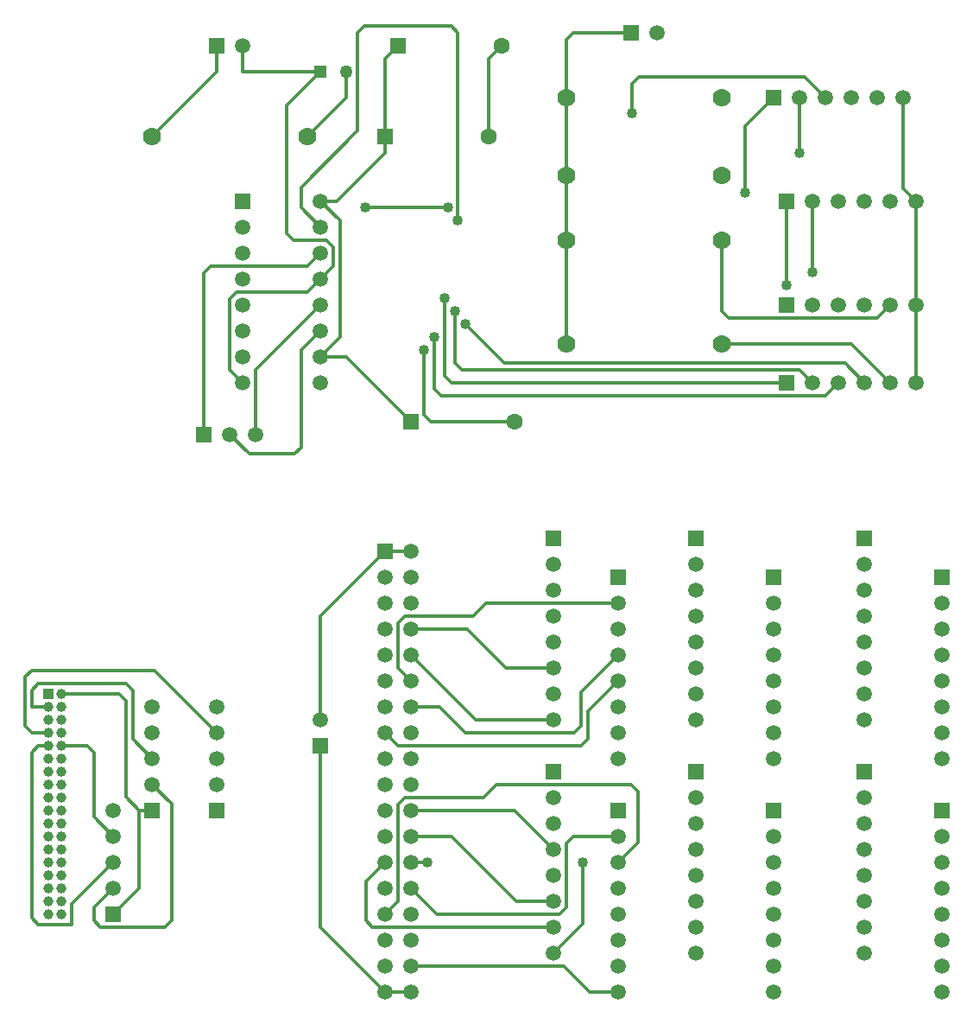
<source format=gbr>
G04 DipTrace 2.4.0.2*
%INBottom.gbr*%
%MOIN*%
%ADD13C,0.013*%
%ADD14C,0.063*%
%ADD15R,0.063X0.063*%
%ADD16R,0.0591X0.0591*%
%ADD17C,0.0591*%
%ADD18C,0.07*%
%ADD19C,0.07*%
%ADD21C,0.05*%
%ADD22R,0.05X0.05*%
%ADD23R,0.0394X0.0394*%
%ADD24C,0.0394*%
%ADD25C,0.04*%
%FSLAX44Y44*%
G04*
G70*
G90*
G75*
G01*
%LNBottom*%
%LPD*%
X6440Y17440D2*
D13*
X8670D1*
X8930Y17180D1*
Y13460D1*
X9450Y12940D1*
Y9950D1*
X8440Y8940D1*
X9450Y12940D2*
X9940D1*
X25440Y11440D2*
X23940Y12940D1*
X19940D1*
X25440Y9440D2*
X24019D1*
X21519Y11940D1*
X19940D1*
X25440Y8440D2*
X18450D1*
X18190Y8700D1*
Y10190D1*
X18940Y10940D1*
X25440Y7440D2*
X26585Y8585D1*
Y10940D1*
X20565D2*
X19940D1*
X27940Y11940D2*
X26190D1*
X25930Y11680D1*
Y9190D1*
X25670Y8930D1*
X20950D1*
X19940Y9940D1*
X27940Y10940D2*
X28690Y11690D1*
Y13670D1*
X28430Y13930D1*
X23220D1*
X22720Y13430D1*
X19690D1*
X19430Y13170D1*
Y9430D1*
X18940Y8940D1*
X27940Y5940D2*
X26825D1*
X25825Y6940D1*
X19940D1*
X12440Y42440D2*
Y41440D1*
X9940Y38940D1*
X19940Y27940D2*
X17440Y30440D1*
X16440D1*
X18940Y38940D2*
Y41940D1*
X19440Y42440D1*
X16440Y36440D2*
X17060D1*
X18940Y38320D1*
Y38940D1*
X16440Y30440D2*
X17190Y31190D1*
Y35690D1*
X16440Y36440D1*
X13440Y29440D2*
X12950Y29930D1*
Y32670D1*
X13210Y32930D1*
X15930D1*
X16440Y33440D1*
X20450Y30690D2*
Y28200D1*
X20710Y27940D1*
X23940D1*
X23440Y42440D2*
X22940Y41940D1*
Y38940D1*
X16440Y41440D2*
X13440D1*
Y42440D1*
X16440Y33440D2*
X16930Y33930D1*
Y34670D1*
X16670Y34930D1*
X15395D1*
X15135Y35190D1*
Y40135D1*
X16440Y41440D1*
X21747Y35690D2*
Y42950D1*
X21488Y43210D1*
X18145D1*
X17885Y42950D1*
Y39179D1*
X15690Y36984D1*
Y36190D1*
X16440Y35440D1*
X18170Y36190D2*
X21353D1*
X11940Y27440D2*
Y33670D1*
X12200Y33930D1*
X15930D1*
X16440Y34440D1*
Y31440D2*
X15690Y30690D1*
Y26950D1*
X15430Y26690D1*
X13690D1*
X12940Y27440D1*
X16440Y32440D2*
X13940Y29940D1*
Y27440D1*
X32825Y36760D2*
Y39325D1*
X33940Y40440D1*
X34940Y38295D2*
Y40440D1*
X35940D2*
X35135Y41245D1*
X28728D1*
X28468Y40985D1*
Y39845D1*
X34440Y33190D2*
Y36440D1*
X35440Y33690D2*
Y36440D1*
X21240Y32690D2*
Y29700D1*
X21499Y29440D1*
X34440D1*
X21634Y32190D2*
Y30190D1*
X21894Y29930D1*
X34950D1*
X35440Y29440D1*
X20845Y31190D2*
Y29210D1*
X21105Y28950D1*
X35950D1*
X36440Y29440D1*
X22029Y31690D2*
X23529Y30190D1*
X36690D1*
X37440Y29440D1*
X38940Y40440D2*
Y36940D1*
X39440Y36440D1*
Y32440D2*
Y29440D1*
Y36440D2*
Y32440D1*
X31940Y30940D2*
X36940D1*
X38440Y29440D1*
X31940Y34940D2*
Y32210D1*
X32200Y31950D1*
X37950D1*
X38440Y32440D1*
X25940Y30940D2*
Y34940D1*
Y40440D2*
Y42680D1*
X26200Y42940D1*
X28440D1*
X25940Y37440D2*
Y40440D1*
Y34940D2*
Y37440D1*
X15940Y38940D2*
X17440Y40440D1*
Y41440D1*
X9940Y14940D2*
X9190Y15690D1*
Y17572D1*
X8930Y17832D1*
X5548D1*
X5288Y17572D1*
Y16940D1*
X5940D1*
X9940Y13940D2*
X10690Y13190D1*
Y8710D1*
X10430Y8450D1*
X7950D1*
X7690Y8710D1*
Y9190D1*
X8440Y9940D1*
X12440Y15940D2*
X10029Y18351D1*
X5288D1*
X5029Y18092D1*
Y16200D1*
X5288Y15940D1*
X5940D1*
X8440Y10940D2*
X6832Y9332D1*
Y8548D1*
X5548D1*
X5288Y8808D1*
Y15180D1*
X5548Y15440D1*
X5940D1*
X6440D2*
X7430D1*
X7690Y15180D1*
Y12690D1*
X8440Y11940D1*
X19940Y22940D2*
X18940D1*
X16440Y20440D1*
Y16440D1*
X19940Y5940D2*
X18940D1*
X16440Y8440D1*
Y15440D1*
X25440Y18440D2*
X23600D1*
X22100Y19940D1*
X19940D1*
X25440Y16440D2*
X22440D1*
X19940Y18940D1*
X27940Y20940D2*
X22845D1*
X22336Y20430D1*
X19690D1*
X19430Y20170D1*
Y18450D1*
X19940Y17940D1*
X27940Y18940D2*
X26504Y17504D1*
Y16210D1*
X26244Y15950D1*
X22022D1*
X21032Y16940D1*
X19940D1*
X27940Y17940D2*
X26764Y16764D1*
Y15690D1*
X26504Y15430D1*
X19450D1*
X18940Y15940D1*
D25*
X20450Y30690D3*
X21747Y35690D3*
X21353Y36190D3*
X18170D3*
X32825Y36760D3*
X34940Y38295D3*
X28468Y39845D3*
X34440Y33190D3*
X35440Y33690D3*
X21240Y32690D3*
X21634Y32190D3*
X20845Y31190D3*
X22029Y31690D3*
X26585Y10940D3*
X20565D3*
D14*
X23440Y42440D3*
D15*
X19440D3*
D14*
X22940Y38940D3*
D15*
X18940D3*
D14*
X23940Y27940D3*
D15*
X19940D3*
D16*
X11940Y27440D3*
D17*
X12940D3*
X13940D3*
D16*
X12440Y42440D3*
D17*
X13440D3*
D16*
X33940Y40440D3*
D17*
X34940D3*
X35940D3*
X36940D3*
X37940D3*
X38940D3*
D16*
X34440Y36440D3*
D17*
X35440D3*
X36440D3*
X37440D3*
X38440D3*
X39440D3*
D16*
X34440Y32440D3*
D17*
X35440D3*
X36440D3*
X37440D3*
X38440D3*
X39440D3*
D16*
X34440Y29440D3*
D17*
X35440D3*
X36440D3*
X37440D3*
X38440D3*
X39440D3*
D16*
X28440Y42940D3*
D17*
X29440D3*
D18*
X31940Y40440D3*
D19*
X25940D3*
D18*
X31940Y37440D3*
D19*
X25940D3*
D18*
X31940Y34940D3*
D19*
X25940D3*
D18*
X31940Y30940D3*
D19*
X25940D3*
D16*
X13440Y36440D3*
D17*
Y35440D3*
Y34440D3*
Y33440D3*
Y32440D3*
Y31440D3*
Y30440D3*
Y29440D3*
X16440D3*
Y30440D3*
Y31440D3*
Y32440D3*
Y33440D3*
Y34440D3*
Y35440D3*
Y36440D3*
D21*
X17440Y41440D3*
D22*
X16440D3*
D18*
X15940Y38940D3*
D19*
X9940D3*
D16*
Y12940D3*
D17*
Y13940D3*
Y14940D3*
Y15940D3*
Y16940D3*
D23*
X5940Y17440D3*
D24*
X6440D3*
X5940Y16940D3*
X6440D3*
X5940Y16440D3*
X6440D3*
X5940Y15940D3*
X6440D3*
X5940Y15440D3*
X6440D3*
X5940Y14940D3*
X6440D3*
X5940Y14440D3*
X6440D3*
X5940Y13940D3*
X6440D3*
X5940Y13440D3*
X6440D3*
X5940Y12940D3*
X6440D3*
X5940Y12440D3*
X6440D3*
X5940Y11940D3*
X6440D3*
X5940Y11440D3*
X6440D3*
X5940Y10940D3*
X6440D3*
X5940Y10440D3*
X6440D3*
X5940Y9940D3*
X6440D3*
X5940Y9440D3*
X6440D3*
X5940Y8940D3*
X6440D3*
D16*
X12440Y12940D3*
D17*
Y13940D3*
Y14940D3*
Y15940D3*
Y16940D3*
D16*
X8440Y8940D3*
D17*
Y9940D3*
Y10940D3*
Y11940D3*
Y12940D3*
D16*
X18940Y22940D3*
D17*
X19940D3*
X18940Y21940D3*
X19940D3*
X18940Y20940D3*
X19940D3*
X18940Y19940D3*
X19940D3*
X18940Y18940D3*
X19940D3*
X18940Y17940D3*
X19940D3*
X18940Y16940D3*
X19940D3*
X18940Y15940D3*
X19940D3*
X18940Y14940D3*
X19940D3*
X18940Y13940D3*
X19940D3*
X18940Y12940D3*
X19940D3*
X18940Y11940D3*
X19940D3*
X18940Y10940D3*
X19940D3*
X18940Y9940D3*
X19940D3*
X18940Y8940D3*
X19940D3*
X18940Y7940D3*
X19940D3*
X18940Y6940D3*
X19940D3*
X18940Y5940D3*
X19940D3*
D16*
X25440Y23440D3*
D17*
Y22440D3*
Y21440D3*
Y20440D3*
Y19440D3*
Y18440D3*
Y17440D3*
Y16440D3*
D16*
X30940Y23440D3*
D17*
Y22440D3*
Y21440D3*
Y20440D3*
Y19440D3*
Y18440D3*
Y17440D3*
Y16440D3*
D16*
X27940Y21940D3*
D17*
Y20940D3*
Y19940D3*
Y18940D3*
Y17940D3*
Y16940D3*
Y15940D3*
Y14940D3*
D16*
X33940Y21940D3*
D17*
Y20940D3*
Y19940D3*
Y18940D3*
Y17940D3*
Y16940D3*
Y15940D3*
Y14940D3*
D16*
X37440Y23440D3*
D17*
Y22440D3*
Y21440D3*
Y20440D3*
Y19440D3*
Y18440D3*
Y17440D3*
Y16440D3*
D16*
X40440Y21940D3*
D17*
Y20940D3*
Y19940D3*
Y18940D3*
Y17940D3*
Y16940D3*
Y15940D3*
Y14940D3*
D16*
X25440Y14440D3*
D17*
Y13440D3*
Y12440D3*
Y11440D3*
Y10440D3*
Y9440D3*
Y8440D3*
Y7440D3*
D16*
X30940Y14440D3*
D17*
Y13440D3*
Y12440D3*
Y11440D3*
Y10440D3*
Y9440D3*
Y8440D3*
Y7440D3*
D16*
X27940Y12940D3*
D17*
Y11940D3*
Y10940D3*
Y9940D3*
Y8940D3*
Y7940D3*
Y6940D3*
Y5940D3*
D16*
X33940Y12940D3*
D17*
Y11940D3*
Y10940D3*
Y9940D3*
Y8940D3*
Y7940D3*
Y6940D3*
Y5940D3*
D16*
X37440Y14440D3*
D17*
Y13440D3*
Y12440D3*
Y11440D3*
Y10440D3*
Y9440D3*
Y8440D3*
Y7440D3*
D16*
X40440Y12940D3*
D17*
Y11940D3*
Y10940D3*
Y9940D3*
Y8940D3*
Y7940D3*
Y6940D3*
Y5940D3*
D16*
X16440Y15440D3*
D17*
Y16440D3*
M02*

</source>
